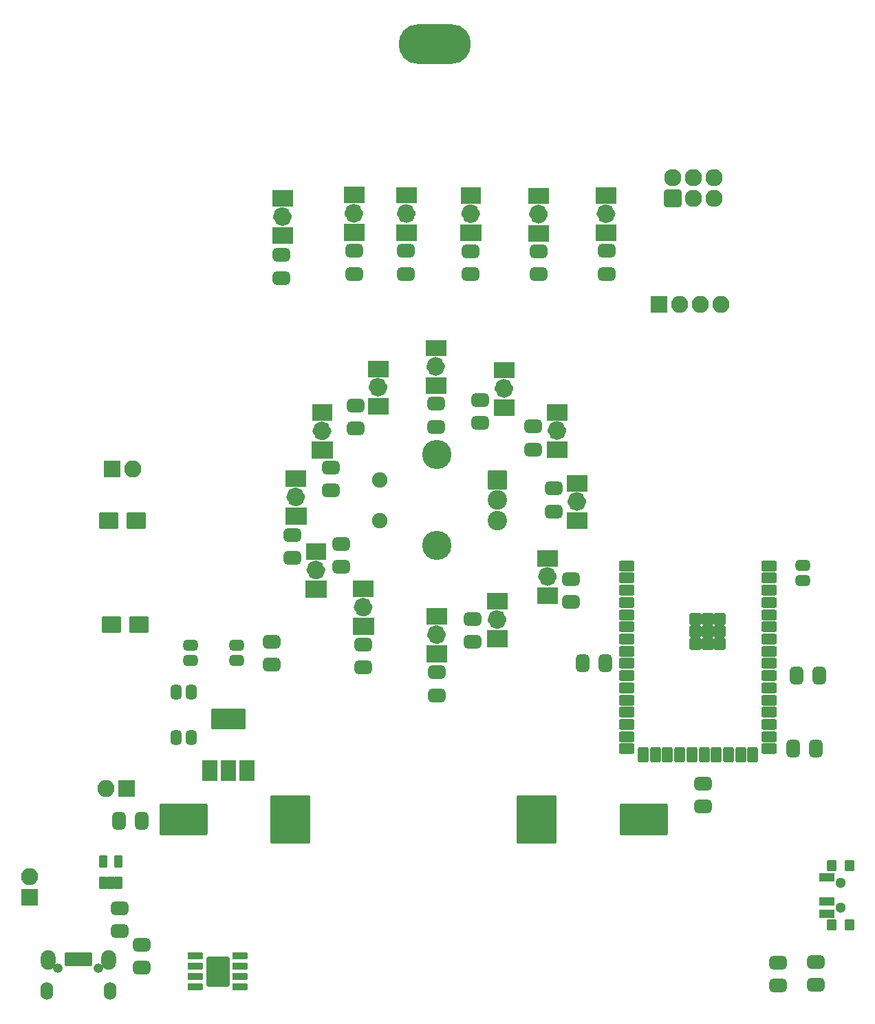
<source format=gbr>
%TF.GenerationSoftware,KiCad,Pcbnew,(6.0.7)*%
%TF.CreationDate,2022-09-02T14:18:50-05:00*%
%TF.ProjectId,BsidesKC-2022-Safe-Badge,42736964-6573-44b4-932d-323032322d53,0-c*%
%TF.SameCoordinates,Original*%
%TF.FileFunction,Soldermask,Bot*%
%TF.FilePolarity,Negative*%
%FSLAX46Y46*%
G04 Gerber Fmt 4.6, Leading zero omitted, Abs format (unit mm)*
G04 Created by KiCad (PCBNEW (6.0.7)) date 2022-09-02 14:18:50*
%MOMM*%
%LPD*%
G01*
G04 APERTURE LIST*
G04 Aperture macros list*
%AMRoundRect*
0 Rectangle with rounded corners*
0 $1 Rounding radius*
0 $2 $3 $4 $5 $6 $7 $8 $9 X,Y pos of 4 corners*
0 Add a 4 corners polygon primitive as box body*
4,1,4,$2,$3,$4,$5,$6,$7,$8,$9,$2,$3,0*
0 Add four circle primitives for the rounded corners*
1,1,$1+$1,$2,$3*
1,1,$1+$1,$4,$5*
1,1,$1+$1,$6,$7*
1,1,$1+$1,$8,$9*
0 Add four rect primitives between the rounded corners*
20,1,$1+$1,$2,$3,$4,$5,0*
20,1,$1+$1,$4,$5,$6,$7,0*
20,1,$1+$1,$6,$7,$8,$9,0*
20,1,$1+$1,$8,$9,$2,$3,0*%
G04 Aperture macros list end*
%ADD10C,1.152495*%
%ADD11C,0.100000*%
%ADD12O,2.127200X2.127200*%
%ADD13RoundRect,0.200000X-0.863600X0.863600X-0.863600X-0.863600X0.863600X-0.863600X0.863600X0.863600X0*%
%ADD14C,2.127200*%
%ADD15R,2.463800X1.955800*%
%ADD16R,2.438400X1.930400*%
%ADD17O,8.900000X4.900000*%
%ADD18RoundRect,0.200000X-0.850000X0.850000X-0.850000X-0.850000X0.850000X-0.850000X0.850000X0.850000X0*%
%ADD19O,2.100000X2.100000*%
%ADD20RoundRect,0.450000X-0.625000X0.375000X-0.625000X-0.375000X0.625000X-0.375000X0.625000X0.375000X0*%
%ADD21RoundRect,0.450000X-0.375000X-0.625000X0.375000X-0.625000X0.375000X0.625000X-0.375000X0.625000X0*%
%ADD22RoundRect,0.200000X-0.850000X-0.850000X0.850000X-0.850000X0.850000X0.850000X-0.850000X0.850000X0*%
%ADD23RoundRect,0.450000X0.375000X0.625000X-0.375000X0.625000X-0.375000X-0.625000X0.375000X-0.625000X0*%
%ADD24RoundRect,0.450000X0.625000X-0.375000X0.625000X0.375000X-0.625000X0.375000X-0.625000X-0.375000X0*%
%ADD25RoundRect,0.200000X0.750000X1.100000X-0.750000X1.100000X-0.750000X-1.100000X0.750000X-1.100000X0*%
%ADD26RoundRect,0.200000X1.900000X1.100000X-1.900000X1.100000X-1.900000X-1.100000X1.900000X-1.100000X0*%
%ADD27RoundRect,0.200000X-0.974000X-0.850000X0.974000X-0.850000X0.974000X0.850000X-0.974000X0.850000X0*%
%ADD28C,1.300000*%
%ADD29RoundRect,0.200000X-0.400000X0.500000X-0.400000X-0.500000X0.400000X-0.500000X0.400000X0.500000X0*%
%ADD30RoundRect,0.200000X-0.750000X0.350000X-0.750000X-0.350000X0.750000X-0.350000X0.750000X0.350000X0*%
%ADD31RoundRect,0.200000X0.974000X0.850000X-0.974000X0.850000X-0.974000X-0.850000X0.974000X-0.850000X0*%
%ADD32RoundRect,0.200000X0.850000X-0.850000X0.850000X0.850000X-0.850000X0.850000X-0.850000X-0.850000X0*%
%ADD33RoundRect,0.443750X0.456250X-0.243750X0.456250X0.243750X-0.456250X0.243750X-0.456250X-0.243750X0*%
%ADD34RoundRect,0.200000X0.750000X0.450000X-0.750000X0.450000X-0.750000X-0.450000X0.750000X-0.450000X0*%
%ADD35RoundRect,0.200000X0.450000X-0.750000X0.450000X0.750000X-0.450000X0.750000X-0.450000X-0.750000X0*%
%ADD36RoundRect,0.200000X-0.750000X-0.450000X0.750000X-0.450000X0.750000X0.450000X-0.750000X0.450000X0*%
%ADD37RoundRect,0.200000X-0.550000X-0.550000X0.550000X-0.550000X0.550000X0.550000X-0.550000X0.550000X0*%
%ADD38RoundRect,0.200000X2.250000X2.750000X-2.250000X2.750000X-2.250000X-2.750000X2.250000X-2.750000X0*%
%ADD39RoundRect,0.200000X2.750000X1.750000X-2.750000X1.750000X-2.750000X-1.750000X2.750000X-1.750000X0*%
%ADD40RoundRect,0.070000X-0.875000X0.325000X-0.875000X-0.325000X0.875000X-0.325000X0.875000X0.325000X0*%
%ADD41RoundRect,0.200000X-1.205000X1.650000X-1.205000X-1.650000X1.205000X-1.650000X1.205000X1.650000X0*%
%ADD42O,1.200000X1.200000*%
%ADD43RoundRect,0.200000X0.220000X0.650000X-0.220000X0.650000X-0.220000X-0.650000X0.220000X-0.650000X0*%
%ADD44O,1.850000X2.400000*%
%ADD45O,1.550000X2.200000*%
%ADD46RoundRect,0.200000X0.300000X0.600000X-0.300000X0.600000X-0.300000X-0.600000X0.300000X-0.600000X0*%
%ADD47RoundRect,0.443750X0.243750X0.456250X-0.243750X0.456250X-0.243750X-0.456250X0.243750X-0.456250X0*%
%ADD48RoundRect,0.200000X1.000000X1.000000X-1.000000X1.000000X-1.000000X-1.000000X1.000000X-1.000000X0*%
%ADD49C,2.400000*%
%ADD50C,3.600000*%
%ADD51C,1.900000*%
G04 APERTURE END LIST*
%TO.C,D2*%
D10*
X129926247Y-51950000D02*
G75*
G03*
X129926247Y-51950000I-576247J0D01*
G01*
G36*
X130594600Y-55252000D02*
G01*
X128105400Y-55252000D01*
X128105400Y-53270800D01*
X130594600Y-53270800D01*
X130594600Y-55252000D01*
G37*
D11*
X130594600Y-55252000D02*
X128105400Y-55252000D01*
X128105400Y-53270800D01*
X130594600Y-53270800D01*
X130594600Y-55252000D01*
G36*
X130569200Y-50629200D02*
G01*
X128130800Y-50629200D01*
X128130800Y-48698800D01*
X130569200Y-48698800D01*
X130569200Y-50629200D01*
G37*
X130569200Y-50629200D02*
X128130800Y-50629200D01*
X128130800Y-48698800D01*
X130569200Y-48698800D01*
X130569200Y-50629200D01*
%TO.C,D8*%
D10*
X161451247Y-51650000D02*
G75*
G03*
X161451247Y-51650000I-576247J0D01*
G01*
G36*
X162094200Y-50329200D02*
G01*
X159655800Y-50329200D01*
X159655800Y-48398800D01*
X162094200Y-48398800D01*
X162094200Y-50329200D01*
G37*
D11*
X162094200Y-50329200D02*
X159655800Y-50329200D01*
X159655800Y-48398800D01*
X162094200Y-48398800D01*
X162094200Y-50329200D01*
G36*
X162119600Y-54952000D02*
G01*
X159630400Y-54952000D01*
X159630400Y-52970800D01*
X162119600Y-52970800D01*
X162119600Y-54952000D01*
G37*
X162119600Y-54952000D02*
X159630400Y-54952000D01*
X159630400Y-52970800D01*
X162119600Y-52970800D01*
X162119600Y-54952000D01*
%TO.C,D1*%
D10*
X138726247Y-51550000D02*
G75*
G03*
X138726247Y-51550000I-576247J0D01*
G01*
G36*
X139394600Y-54852000D02*
G01*
X136905400Y-54852000D01*
X136905400Y-52870800D01*
X139394600Y-52870800D01*
X139394600Y-54852000D01*
G37*
D11*
X139394600Y-54852000D02*
X136905400Y-54852000D01*
X136905400Y-52870800D01*
X139394600Y-52870800D01*
X139394600Y-54852000D01*
G36*
X139369200Y-50229200D02*
G01*
X136930800Y-50229200D01*
X136930800Y-48298800D01*
X139369200Y-48298800D01*
X139369200Y-50229200D01*
G37*
X139369200Y-50229200D02*
X136930800Y-50229200D01*
X136930800Y-48298800D01*
X139369200Y-48298800D01*
X139369200Y-50229200D01*
%TO.C,D13*%
D10*
X139876247Y-99975000D02*
G75*
G03*
X139876247Y-99975000I-576247J0D01*
G01*
G36*
X140519200Y-98654200D02*
G01*
X138080800Y-98654200D01*
X138080800Y-96723800D01*
X140519200Y-96723800D01*
X140519200Y-98654200D01*
G37*
D11*
X140519200Y-98654200D02*
X138080800Y-98654200D01*
X138080800Y-96723800D01*
X140519200Y-96723800D01*
X140519200Y-98654200D01*
G36*
X140544600Y-103277000D02*
G01*
X138055400Y-103277000D01*
X138055400Y-101295800D01*
X140544600Y-101295800D01*
X140544600Y-103277000D01*
G37*
X140544600Y-103277000D02*
X138055400Y-103277000D01*
X138055400Y-101295800D01*
X140544600Y-101295800D01*
X140544600Y-103277000D01*
%TO.C,D16*%
D10*
X131576247Y-86425000D02*
G75*
G03*
X131576247Y-86425000I-576247J0D01*
G01*
G36*
X132244600Y-89727000D02*
G01*
X129755400Y-89727000D01*
X129755400Y-87745800D01*
X132244600Y-87745800D01*
X132244600Y-89727000D01*
G37*
D11*
X132244600Y-89727000D02*
X129755400Y-89727000D01*
X129755400Y-87745800D01*
X132244600Y-87745800D01*
X132244600Y-89727000D01*
G36*
X132219200Y-85104200D02*
G01*
X129780800Y-85104200D01*
X129780800Y-83173800D01*
X132219200Y-83173800D01*
X132219200Y-85104200D01*
G37*
X132219200Y-85104200D02*
X129780800Y-85104200D01*
X129780800Y-83173800D01*
X132219200Y-83173800D01*
X132219200Y-85104200D01*
%TO.C,D19*%
D10*
X134051247Y-95400000D02*
G75*
G03*
X134051247Y-95400000I-576247J0D01*
G01*
G36*
X134694200Y-94079200D02*
G01*
X132255800Y-94079200D01*
X132255800Y-92148800D01*
X134694200Y-92148800D01*
X134694200Y-94079200D01*
G37*
D11*
X134694200Y-94079200D02*
X132255800Y-94079200D01*
X132255800Y-92148800D01*
X134694200Y-92148800D01*
X134694200Y-94079200D01*
G36*
X134719600Y-98702000D02*
G01*
X132230400Y-98702000D01*
X132230400Y-96720800D01*
X134719600Y-96720800D01*
X134719600Y-98702000D01*
G37*
X134719600Y-98702000D02*
X132230400Y-98702000D01*
X132230400Y-96720800D01*
X134719600Y-96720800D01*
X134719600Y-98702000D01*
%TO.C,D9*%
D10*
X157201247Y-73075000D02*
G75*
G03*
X157201247Y-73075000I-576247J0D01*
G01*
G36*
X157844200Y-71754200D02*
G01*
X155405800Y-71754200D01*
X155405800Y-69823800D01*
X157844200Y-69823800D01*
X157844200Y-71754200D01*
G37*
D11*
X157844200Y-71754200D02*
X155405800Y-71754200D01*
X155405800Y-69823800D01*
X157844200Y-69823800D01*
X157844200Y-71754200D01*
G36*
X157869600Y-76377000D02*
G01*
X155380400Y-76377000D01*
X155380400Y-74395800D01*
X157869600Y-74395800D01*
X157869600Y-76377000D01*
G37*
X157869600Y-76377000D02*
X155380400Y-76377000D01*
X155380400Y-74395800D01*
X157869600Y-74395800D01*
X157869600Y-76377000D01*
%TO.C,D20*%
D10*
X141701247Y-72925000D02*
G75*
G03*
X141701247Y-72925000I-576247J0D01*
G01*
G36*
X142344200Y-71604200D02*
G01*
X139905800Y-71604200D01*
X139905800Y-69673800D01*
X142344200Y-69673800D01*
X142344200Y-71604200D01*
G37*
D11*
X142344200Y-71604200D02*
X139905800Y-71604200D01*
X139905800Y-69673800D01*
X142344200Y-69673800D01*
X142344200Y-71604200D01*
G36*
X142369600Y-76227000D02*
G01*
X139880400Y-76227000D01*
X139880400Y-74245800D01*
X142369600Y-74245800D01*
X142369600Y-76227000D01*
G37*
X142369600Y-76227000D02*
X139880400Y-76227000D01*
X139880400Y-74245800D01*
X142369600Y-74245800D01*
X142369600Y-76227000D01*
%TO.C,D7*%
D10*
X169751247Y-51600000D02*
G75*
G03*
X169751247Y-51600000I-576247J0D01*
G01*
G36*
X170419600Y-54902000D02*
G01*
X167930400Y-54902000D01*
X167930400Y-52920800D01*
X170419600Y-52920800D01*
X170419600Y-54902000D01*
G37*
D11*
X170419600Y-54902000D02*
X167930400Y-54902000D01*
X167930400Y-52920800D01*
X170419600Y-52920800D01*
X170419600Y-54902000D01*
G36*
X170394200Y-50279200D02*
G01*
X167955800Y-50279200D01*
X167955800Y-48348800D01*
X170394200Y-48348800D01*
X170394200Y-50279200D01*
G37*
X170394200Y-50279200D02*
X167955800Y-50279200D01*
X167955800Y-48348800D01*
X170394200Y-48348800D01*
X170394200Y-50279200D01*
%TO.C,D14*%
D10*
X148901247Y-103350000D02*
G75*
G03*
X148901247Y-103350000I-576247J0D01*
G01*
G36*
X149569600Y-106652000D02*
G01*
X147080400Y-106652000D01*
X147080400Y-104670800D01*
X149569600Y-104670800D01*
X149569600Y-106652000D01*
G37*
D11*
X149569600Y-106652000D02*
X147080400Y-106652000D01*
X147080400Y-104670800D01*
X149569600Y-104670800D01*
X149569600Y-106652000D01*
G36*
X149544200Y-102029200D02*
G01*
X147105800Y-102029200D01*
X147105800Y-100098800D01*
X149544200Y-100098800D01*
X149544200Y-102029200D01*
G37*
X149544200Y-102029200D02*
X147105800Y-102029200D01*
X147105800Y-100098800D01*
X149544200Y-100098800D01*
X149544200Y-102029200D01*
%TO.C,D18*%
D10*
X156351247Y-101500000D02*
G75*
G03*
X156351247Y-101500000I-576247J0D01*
G01*
G36*
X156994200Y-100179200D02*
G01*
X154555800Y-100179200D01*
X154555800Y-98248800D01*
X156994200Y-98248800D01*
X156994200Y-100179200D01*
G37*
D11*
X156994200Y-100179200D02*
X154555800Y-100179200D01*
X154555800Y-98248800D01*
X156994200Y-98248800D01*
X156994200Y-100179200D01*
G36*
X157019600Y-104802000D02*
G01*
X154530400Y-104802000D01*
X154530400Y-102820800D01*
X157019600Y-102820800D01*
X157019600Y-104802000D01*
G37*
X157019600Y-104802000D02*
X154530400Y-104802000D01*
X154530400Y-102820800D01*
X157019600Y-102820800D01*
X157019600Y-104802000D01*
%TO.C,D10*%
D10*
X148801247Y-70375000D02*
G75*
G03*
X148801247Y-70375000I-576247J0D01*
G01*
G36*
X149444200Y-69054200D02*
G01*
X147005800Y-69054200D01*
X147005800Y-67123800D01*
X149444200Y-67123800D01*
X149444200Y-69054200D01*
G37*
D11*
X149444200Y-69054200D02*
X147005800Y-69054200D01*
X147005800Y-67123800D01*
X149444200Y-67123800D01*
X149444200Y-69054200D01*
G36*
X149469600Y-73677000D02*
G01*
X146980400Y-73677000D01*
X146980400Y-71695800D01*
X149469600Y-71695800D01*
X149469600Y-73677000D01*
G37*
X149469600Y-73677000D02*
X146980400Y-73677000D01*
X146980400Y-71695800D01*
X149469600Y-71695800D01*
X149469600Y-73677000D01*
%TO.C,D17*%
D10*
X163726247Y-78250000D02*
G75*
G03*
X163726247Y-78250000I-576247J0D01*
G01*
G36*
X164394600Y-81552000D02*
G01*
X161905400Y-81552000D01*
X161905400Y-79570800D01*
X164394600Y-79570800D01*
X164394600Y-81552000D01*
G37*
D11*
X164394600Y-81552000D02*
X161905400Y-81552000D01*
X161905400Y-79570800D01*
X164394600Y-79570800D01*
X164394600Y-81552000D01*
G36*
X164369200Y-76929200D02*
G01*
X161930800Y-76929200D01*
X161930800Y-74998800D01*
X164369200Y-74998800D01*
X164369200Y-76929200D01*
G37*
X164369200Y-76929200D02*
X161930800Y-76929200D01*
X161930800Y-74998800D01*
X164369200Y-74998800D01*
X164369200Y-76929200D01*
%TO.C,D5*%
D10*
X145176247Y-51575000D02*
G75*
G03*
X145176247Y-51575000I-576247J0D01*
G01*
G36*
X145844600Y-54877000D02*
G01*
X143355400Y-54877000D01*
X143355400Y-52895800D01*
X145844600Y-52895800D01*
X145844600Y-54877000D01*
G37*
D11*
X145844600Y-54877000D02*
X143355400Y-54877000D01*
X143355400Y-52895800D01*
X145844600Y-52895800D01*
X145844600Y-54877000D01*
G36*
X145819200Y-50254200D02*
G01*
X143380800Y-50254200D01*
X143380800Y-48323800D01*
X145819200Y-48323800D01*
X145819200Y-50254200D01*
G37*
X145819200Y-50254200D02*
X143380800Y-50254200D01*
X143380800Y-48323800D01*
X145819200Y-48323800D01*
X145819200Y-50254200D01*
%TO.C,D12*%
D10*
X162551247Y-96200000D02*
G75*
G03*
X162551247Y-96200000I-576247J0D01*
G01*
G36*
X163194200Y-94879200D02*
G01*
X160755800Y-94879200D01*
X160755800Y-92948800D01*
X163194200Y-92948800D01*
X163194200Y-94879200D01*
G37*
D11*
X163194200Y-94879200D02*
X160755800Y-94879200D01*
X160755800Y-92948800D01*
X163194200Y-92948800D01*
X163194200Y-94879200D01*
G36*
X163219600Y-99502000D02*
G01*
X160730400Y-99502000D01*
X160730400Y-97520800D01*
X163219600Y-97520800D01*
X163219600Y-99502000D01*
G37*
X163219600Y-99502000D02*
X160730400Y-99502000D01*
X160730400Y-97520800D01*
X163219600Y-97520800D01*
X163219600Y-99502000D01*
%TO.C,D11*%
D10*
X166176247Y-86975000D02*
G75*
G03*
X166176247Y-86975000I-576247J0D01*
G01*
G36*
X166819200Y-85654200D02*
G01*
X164380800Y-85654200D01*
X164380800Y-83723800D01*
X166819200Y-83723800D01*
X166819200Y-85654200D01*
G37*
D11*
X166819200Y-85654200D02*
X164380800Y-85654200D01*
X164380800Y-83723800D01*
X166819200Y-83723800D01*
X166819200Y-85654200D01*
G36*
X166844600Y-90277000D02*
G01*
X164355400Y-90277000D01*
X164355400Y-88295800D01*
X166844600Y-88295800D01*
X166844600Y-90277000D01*
G37*
X166844600Y-90277000D02*
X164355400Y-90277000D01*
X164355400Y-88295800D01*
X166844600Y-88295800D01*
X166844600Y-90277000D01*
%TO.C,D3*%
D10*
X153101247Y-51600000D02*
G75*
G03*
X153101247Y-51600000I-576247J0D01*
G01*
G36*
X153744200Y-50279200D02*
G01*
X151305800Y-50279200D01*
X151305800Y-48348800D01*
X153744200Y-48348800D01*
X153744200Y-50279200D01*
G37*
D11*
X153744200Y-50279200D02*
X151305800Y-50279200D01*
X151305800Y-48348800D01*
X153744200Y-48348800D01*
X153744200Y-50279200D01*
G36*
X153769600Y-54902000D02*
G01*
X151280400Y-54902000D01*
X151280400Y-52920800D01*
X153769600Y-52920800D01*
X153769600Y-54902000D01*
G37*
X153769600Y-54902000D02*
X151280400Y-54902000D01*
X151280400Y-52920800D01*
X153769600Y-52920800D01*
X153769600Y-54902000D01*
%TO.C,D15*%
D10*
X134801247Y-78300000D02*
G75*
G03*
X134801247Y-78300000I-576247J0D01*
G01*
G36*
X135444200Y-76979200D02*
G01*
X133005800Y-76979200D01*
X133005800Y-75048800D01*
X135444200Y-75048800D01*
X135444200Y-76979200D01*
G37*
D11*
X135444200Y-76979200D02*
X133005800Y-76979200D01*
X133005800Y-75048800D01*
X135444200Y-75048800D01*
X135444200Y-76979200D01*
G36*
X135469600Y-81602000D02*
G01*
X132980400Y-81602000D01*
X132980400Y-79620800D01*
X135469600Y-79620800D01*
X135469600Y-81602000D01*
G37*
X135469600Y-81602000D02*
X132980400Y-81602000D01*
X132980400Y-79620800D01*
X135469600Y-79620800D01*
X135469600Y-81602000D01*
%TD*%
D12*
%TO.C,X1*%
X177377400Y-47137000D03*
D13*
X177377400Y-49677000D03*
D12*
X179917400Y-47137000D03*
X179917400Y-49677000D03*
D14*
X182457400Y-47137000D03*
X182457400Y-49677000D03*
%TD*%
D15*
%TO.C,D2*%
X129350000Y-54236000D03*
D16*
X129350000Y-49664000D03*
%TD*%
%TO.C,D8*%
X160875000Y-49364000D03*
D15*
X160875000Y-53936000D03*
%TD*%
%TO.C,D1*%
X138150000Y-53836000D03*
D16*
X138150000Y-49264000D03*
%TD*%
D15*
%TO.C,D13*%
X139300000Y-102261000D03*
D16*
X139300000Y-97689000D03*
%TD*%
%TO.C,D16*%
X131000000Y-84139000D03*
D15*
X131000000Y-88711000D03*
%TD*%
D16*
%TO.C,D19*%
X133475000Y-93114000D03*
D15*
X133475000Y-97686000D03*
%TD*%
D16*
%TO.C,D9*%
X156625000Y-70789000D03*
D15*
X156625000Y-75361000D03*
%TD*%
D16*
%TO.C,D20*%
X141125000Y-70639000D03*
D15*
X141125000Y-75211000D03*
%TD*%
D16*
%TO.C,D7*%
X169175000Y-49314000D03*
D15*
X169175000Y-53886000D03*
%TD*%
%TO.C,D14*%
X148325000Y-105636000D03*
D16*
X148325000Y-101064000D03*
%TD*%
D15*
%TO.C,D18*%
X155775000Y-103786000D03*
D16*
X155775000Y-99214000D03*
%TD*%
D15*
%TO.C,D10*%
X148225000Y-72661000D03*
D16*
X148225000Y-68089000D03*
%TD*%
%TO.C,D17*%
X163150000Y-75964000D03*
D15*
X163150000Y-80536000D03*
%TD*%
%TO.C,D5*%
X144600000Y-53861000D03*
D16*
X144600000Y-49289000D03*
%TD*%
%TO.C,D12*%
X161975000Y-93914000D03*
D15*
X161975000Y-98486000D03*
%TD*%
D16*
%TO.C,D11*%
X165600000Y-84689000D03*
D15*
X165600000Y-89261000D03*
%TD*%
%TO.C,D3*%
X152525000Y-53886000D03*
D16*
X152525000Y-49314000D03*
%TD*%
D15*
%TO.C,D15*%
X134225000Y-80586000D03*
D16*
X134225000Y-76014000D03*
%TD*%
D17*
%TO.C,REF\u002A\u002A*%
X148082000Y-30734000D03*
%TD*%
D18*
%TO.C,J2*%
X108375000Y-83025000D03*
D19*
X110915000Y-83025000D03*
%TD*%
D20*
%TO.C,D6*%
X190398400Y-143684800D03*
X190398400Y-146484800D03*
%TD*%
%TO.C,D4*%
X112050000Y-141500000D03*
X112050000Y-144300000D03*
%TD*%
D21*
%TO.C,R3*%
X109275000Y-126225000D03*
X112075000Y-126225000D03*
%TD*%
D22*
%TO.C,J5*%
X98221800Y-135615600D03*
D19*
X98221800Y-133075600D03*
%TD*%
D23*
%TO.C,R16*%
X169141600Y-106883200D03*
X166341600Y-106883200D03*
%TD*%
D24*
%TO.C,R10*%
X153695400Y-77346000D03*
X153695400Y-74546000D03*
%TD*%
D25*
%TO.C,U4*%
X125000000Y-120025000D03*
X122700000Y-120025000D03*
X120400000Y-120025000D03*
D26*
X122700000Y-113725000D03*
%TD*%
D24*
%TO.C,R15*%
X148386800Y-110797800D03*
X148386800Y-107997800D03*
%TD*%
D27*
%TO.C,SW_Reset1*%
X108282000Y-102108000D03*
X111682000Y-102108000D03*
%TD*%
D28*
%TO.C,1/0*%
X198094400Y-136907400D03*
X198094400Y-133907400D03*
D29*
X196984400Y-139057400D03*
X199194400Y-139057400D03*
X196984400Y-131757400D03*
X199194400Y-131757400D03*
D30*
X196334400Y-133157400D03*
X196334400Y-136157400D03*
X196334400Y-137657400D03*
%TD*%
D31*
%TO.C,SW2*%
X111400000Y-89350000D03*
X108000000Y-89350000D03*
%TD*%
D32*
%TO.C,J3*%
X110215600Y-122250200D03*
D19*
X107675600Y-122250200D03*
%TD*%
D24*
%TO.C,R20*%
X160197800Y-80571800D03*
X160197800Y-77771800D03*
%TD*%
D20*
%TO.C,R6*%
X195046600Y-143583200D03*
X195046600Y-146383200D03*
%TD*%
D33*
%TO.C,C2*%
X193450000Y-96712500D03*
X193450000Y-94837500D03*
%TD*%
D24*
%TO.C,R24*%
X138353800Y-78006400D03*
X138353800Y-75206400D03*
%TD*%
%TO.C,R22*%
X152730200Y-104270000D03*
X152730200Y-101470000D03*
%TD*%
D34*
%TO.C,U2*%
X189267800Y-94899400D03*
X189267800Y-96399400D03*
X189267800Y-97899400D03*
X189267800Y-99399400D03*
X189267800Y-100899400D03*
X189267800Y-102399400D03*
X189267800Y-103899400D03*
X189267800Y-105399400D03*
X189267800Y-106899400D03*
X189267800Y-108399400D03*
X189267800Y-109899400D03*
X189267800Y-111399400D03*
X189267800Y-112899400D03*
X189267800Y-114399400D03*
X189267800Y-115899400D03*
X189267800Y-117399400D03*
D35*
X187267800Y-118149400D03*
X185767800Y-118149400D03*
X184267800Y-118149400D03*
X182767800Y-118149400D03*
X181267800Y-118149400D03*
X179767800Y-118149400D03*
X178267800Y-118149400D03*
X176767800Y-118149400D03*
X175267800Y-118149400D03*
X173767800Y-118149400D03*
D36*
X171767800Y-117399400D03*
X171767800Y-115899400D03*
X171767800Y-114399400D03*
X171767800Y-112899400D03*
X171767800Y-111399400D03*
X171767800Y-109899400D03*
X171767800Y-108399400D03*
X171767800Y-106899400D03*
X171767800Y-105399400D03*
X171767800Y-103899400D03*
X171767800Y-102399400D03*
X171767800Y-100899400D03*
X171767800Y-99399400D03*
X171767800Y-97899400D03*
X171767800Y-96399400D03*
X171767800Y-94899400D03*
D37*
X181707800Y-101399400D03*
X183207800Y-104449400D03*
X180207800Y-104449400D03*
X180207800Y-101399400D03*
X180207800Y-102949400D03*
X183207800Y-101399400D03*
X181707800Y-104449400D03*
X183207800Y-102949400D03*
X181707800Y-102949400D03*
%TD*%
D24*
%TO.C,R2*%
X129209800Y-59489800D03*
X129209800Y-56689800D03*
%TD*%
%TO.C,R19*%
X130581400Y-93881400D03*
X130581400Y-91081400D03*
%TD*%
D20*
%TO.C,R25*%
X181100000Y-121675000D03*
X181100000Y-124475000D03*
%TD*%
D21*
%TO.C,R17*%
X192249600Y-117398800D03*
X195049600Y-117398800D03*
%TD*%
D24*
%TO.C,R13*%
X164871400Y-99342400D03*
X164871400Y-96542400D03*
%TD*%
%TO.C,R26*%
X128016000Y-107064000D03*
X128016000Y-104264000D03*
%TD*%
D38*
%TO.C,14500*%
X160675000Y-126075000D03*
D39*
X173850000Y-126075000D03*
D38*
X130375000Y-126100000D03*
D39*
X117250000Y-126075000D03*
%TD*%
D24*
%TO.C,R1*%
X138176000Y-58981800D03*
X138176000Y-56181800D03*
%TD*%
D20*
%TO.C,R12*%
X162788600Y-85391800D03*
X162788600Y-88191800D03*
%TD*%
D24*
%TO.C,R11*%
X148285200Y-77777800D03*
X148285200Y-74977800D03*
%TD*%
D40*
%TO.C,U3*%
X124175000Y-142845000D03*
X124175000Y-144115000D03*
X124175000Y-145385000D03*
X124175000Y-146655000D03*
X118675000Y-146655000D03*
X118675000Y-145385000D03*
X118675000Y-144115000D03*
X118675000Y-142845000D03*
D41*
X121425000Y-144750000D03*
%TD*%
D42*
%TO.C,J4*%
X106750000Y-144375000D03*
X101750000Y-144375000D03*
D43*
X105550000Y-143275000D03*
X104900000Y-143275000D03*
X104250000Y-143275000D03*
X103600000Y-143275000D03*
X102950000Y-143275000D03*
D44*
X107975000Y-143325000D03*
D45*
X100375000Y-147125000D03*
D44*
X100525000Y-143325000D03*
D45*
X108125000Y-147125000D03*
%TD*%
D46*
%TO.C,U1*%
X109175000Y-133875000D03*
X108225000Y-133875000D03*
X107275000Y-133875000D03*
X107275000Y-131275000D03*
X109175000Y-131275000D03*
%TD*%
D24*
%TO.C,R7*%
X144551400Y-58981800D03*
X144551400Y-56181800D03*
%TD*%
D47*
%TO.C,C1*%
X118137500Y-110400000D03*
X116262500Y-110400000D03*
%TD*%
%TO.C,C5*%
X118137500Y-116000000D03*
X116262500Y-116000000D03*
%TD*%
D33*
%TO.C,C4*%
X118059200Y-106499900D03*
X118059200Y-104624900D03*
%TD*%
D23*
%TO.C,R21*%
X195481400Y-108381800D03*
X192681400Y-108381800D03*
%TD*%
D48*
%TO.C,EC11N*%
X155850000Y-84300000D03*
D49*
X155850000Y-89300000D03*
X155850000Y-86800000D03*
D50*
X148350000Y-92400000D03*
X148350000Y-81200000D03*
D51*
X141350000Y-84300000D03*
X141350000Y-89300000D03*
%TD*%
D24*
%TO.C,R9*%
X160909000Y-59032600D03*
X160909000Y-56232600D03*
%TD*%
%TO.C,R14*%
X139319000Y-107343400D03*
X139319000Y-104543400D03*
%TD*%
%TO.C,R23*%
X136601200Y-94999000D03*
X136601200Y-92199000D03*
%TD*%
%TO.C,R8*%
X169265600Y-58981800D03*
X169265600Y-56181800D03*
%TD*%
D18*
%TO.C,J1*%
X175701800Y-62763400D03*
D19*
X178241800Y-62763400D03*
X180781800Y-62763400D03*
X183321800Y-62763400D03*
%TD*%
D24*
%TO.C,R18*%
X135305800Y-85601000D03*
X135305800Y-82801000D03*
%TD*%
D33*
%TO.C,C3*%
X123748800Y-106550700D03*
X123748800Y-104675700D03*
%TD*%
D24*
%TO.C,R4*%
X152527000Y-59007200D03*
X152527000Y-56207200D03*
%TD*%
%TO.C,R5*%
X109300000Y-139800000D03*
X109300000Y-137000000D03*
%TD*%
M02*

</source>
